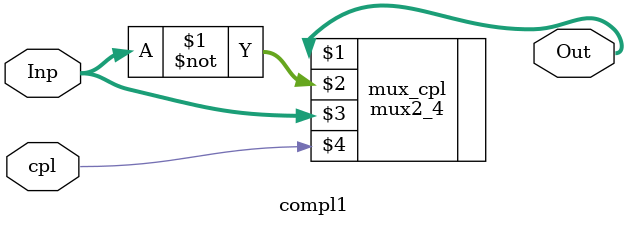
<source format=v>
module compl1(output wire [3:0] Out, input wire [3:0] Inp, input wire cpl);
  mux2_4 mux_cpl(Out, ~Inp, Inp, cpl);
  // Otra opción: assign Out = cpl ? ~Inp : Inp;
endmodule
</source>
